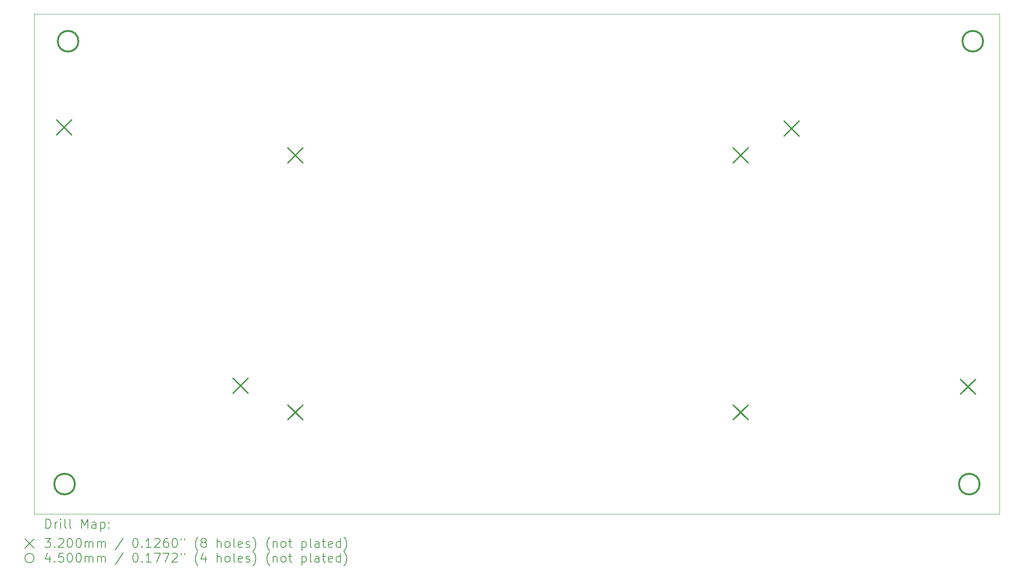
<source format=gbr>
%TF.GenerationSoftware,KiCad,Pcbnew,6.0.11-2627ca5db0~126~ubuntu20.04.1*%
%TF.CreationDate,2023-02-06T13:13:37-05:00*%
%TF.ProjectId,ScooterBLDCMotorController,53636f6f-7465-4724-924c-44434d6f746f,rev?*%
%TF.SameCoordinates,Original*%
%TF.FileFunction,Drillmap*%
%TF.FilePolarity,Positive*%
%FSLAX45Y45*%
G04 Gerber Fmt 4.5, Leading zero omitted, Abs format (unit mm)*
G04 Created by KiCad (PCBNEW 6.0.11-2627ca5db0~126~ubuntu20.04.1) date 2023-02-06 13:13:37*
%MOMM*%
%LPD*%
G01*
G04 APERTURE LIST*
%ADD10C,0.100000*%
%ADD11C,0.200000*%
%ADD12C,0.320000*%
%ADD13C,0.450000*%
G04 APERTURE END LIST*
D10*
X25374600Y-3771900D02*
X4343400Y-3771900D01*
X4343400Y-3771900D02*
X4343400Y-14668500D01*
X4343400Y-14668500D02*
X25374600Y-14668500D01*
X25374600Y-14668500D02*
X25374600Y-3771900D01*
D11*
D12*
X4835200Y-6088800D02*
X5155200Y-6408800D01*
X5155200Y-6088800D02*
X4835200Y-6408800D01*
X8679200Y-11715000D02*
X8999200Y-12035000D01*
X8999200Y-11715000D02*
X8679200Y-12035000D01*
X9874400Y-6698000D02*
X10194400Y-7018000D01*
X10194400Y-6698000D02*
X9874400Y-7018000D01*
X9874400Y-12298000D02*
X10194400Y-12618000D01*
X10194400Y-12298000D02*
X9874400Y-12618000D01*
X19574400Y-6698000D02*
X19894400Y-7018000D01*
X19894400Y-6698000D02*
X19574400Y-7018000D01*
X19574400Y-12298000D02*
X19894400Y-12618000D01*
X19894400Y-12298000D02*
X19574400Y-12618000D01*
X20684800Y-6113800D02*
X21004800Y-6433800D01*
X21004800Y-6113800D02*
X20684800Y-6433800D01*
X24528800Y-11740000D02*
X24848800Y-12060000D01*
X24848800Y-11740000D02*
X24528800Y-12060000D01*
D13*
X5228800Y-14020800D02*
G75*
G03*
X5228800Y-14020800I-225000J0D01*
G01*
X5305000Y-4368800D02*
G75*
G03*
X5305000Y-4368800I-225000J0D01*
G01*
X24939200Y-14020800D02*
G75*
G03*
X24939200Y-14020800I-225000J0D01*
G01*
X25015400Y-4368800D02*
G75*
G03*
X25015400Y-4368800I-225000J0D01*
G01*
D11*
X4596019Y-14983976D02*
X4596019Y-14783976D01*
X4643638Y-14783976D01*
X4672210Y-14793500D01*
X4691257Y-14812548D01*
X4700781Y-14831595D01*
X4710305Y-14869690D01*
X4710305Y-14898262D01*
X4700781Y-14936357D01*
X4691257Y-14955405D01*
X4672210Y-14974452D01*
X4643638Y-14983976D01*
X4596019Y-14983976D01*
X4796019Y-14983976D02*
X4796019Y-14850643D01*
X4796019Y-14888738D02*
X4805543Y-14869690D01*
X4815067Y-14860167D01*
X4834114Y-14850643D01*
X4853162Y-14850643D01*
X4919829Y-14983976D02*
X4919829Y-14850643D01*
X4919829Y-14783976D02*
X4910305Y-14793500D01*
X4919829Y-14803024D01*
X4929352Y-14793500D01*
X4919829Y-14783976D01*
X4919829Y-14803024D01*
X5043638Y-14983976D02*
X5024590Y-14974452D01*
X5015067Y-14955405D01*
X5015067Y-14783976D01*
X5148400Y-14983976D02*
X5129352Y-14974452D01*
X5119829Y-14955405D01*
X5119829Y-14783976D01*
X5376971Y-14983976D02*
X5376971Y-14783976D01*
X5443638Y-14926833D01*
X5510305Y-14783976D01*
X5510305Y-14983976D01*
X5691257Y-14983976D02*
X5691257Y-14879214D01*
X5681733Y-14860167D01*
X5662686Y-14850643D01*
X5624590Y-14850643D01*
X5605543Y-14860167D01*
X5691257Y-14974452D02*
X5672209Y-14983976D01*
X5624590Y-14983976D01*
X5605543Y-14974452D01*
X5596019Y-14955405D01*
X5596019Y-14936357D01*
X5605543Y-14917309D01*
X5624590Y-14907786D01*
X5672209Y-14907786D01*
X5691257Y-14898262D01*
X5786495Y-14850643D02*
X5786495Y-15050643D01*
X5786495Y-14860167D02*
X5805543Y-14850643D01*
X5843638Y-14850643D01*
X5862686Y-14860167D01*
X5872209Y-14869690D01*
X5881733Y-14888738D01*
X5881733Y-14945881D01*
X5872209Y-14964928D01*
X5862686Y-14974452D01*
X5843638Y-14983976D01*
X5805543Y-14983976D01*
X5786495Y-14974452D01*
X5967448Y-14964928D02*
X5976971Y-14974452D01*
X5967448Y-14983976D01*
X5957924Y-14974452D01*
X5967448Y-14964928D01*
X5967448Y-14983976D01*
X5967448Y-14860167D02*
X5976971Y-14869690D01*
X5967448Y-14879214D01*
X5957924Y-14869690D01*
X5967448Y-14860167D01*
X5967448Y-14879214D01*
X4138400Y-15213500D02*
X4338400Y-15413500D01*
X4338400Y-15213500D02*
X4138400Y-15413500D01*
X4576971Y-15203976D02*
X4700781Y-15203976D01*
X4634114Y-15280167D01*
X4662686Y-15280167D01*
X4681733Y-15289690D01*
X4691257Y-15299214D01*
X4700781Y-15318262D01*
X4700781Y-15365881D01*
X4691257Y-15384928D01*
X4681733Y-15394452D01*
X4662686Y-15403976D01*
X4605543Y-15403976D01*
X4586495Y-15394452D01*
X4576971Y-15384928D01*
X4786495Y-15384928D02*
X4796019Y-15394452D01*
X4786495Y-15403976D01*
X4776971Y-15394452D01*
X4786495Y-15384928D01*
X4786495Y-15403976D01*
X4872210Y-15223024D02*
X4881733Y-15213500D01*
X4900781Y-15203976D01*
X4948400Y-15203976D01*
X4967448Y-15213500D01*
X4976971Y-15223024D01*
X4986495Y-15242071D01*
X4986495Y-15261119D01*
X4976971Y-15289690D01*
X4862686Y-15403976D01*
X4986495Y-15403976D01*
X5110305Y-15203976D02*
X5129352Y-15203976D01*
X5148400Y-15213500D01*
X5157924Y-15223024D01*
X5167448Y-15242071D01*
X5176971Y-15280167D01*
X5176971Y-15327786D01*
X5167448Y-15365881D01*
X5157924Y-15384928D01*
X5148400Y-15394452D01*
X5129352Y-15403976D01*
X5110305Y-15403976D01*
X5091257Y-15394452D01*
X5081733Y-15384928D01*
X5072210Y-15365881D01*
X5062686Y-15327786D01*
X5062686Y-15280167D01*
X5072210Y-15242071D01*
X5081733Y-15223024D01*
X5091257Y-15213500D01*
X5110305Y-15203976D01*
X5300781Y-15203976D02*
X5319829Y-15203976D01*
X5338876Y-15213500D01*
X5348400Y-15223024D01*
X5357924Y-15242071D01*
X5367448Y-15280167D01*
X5367448Y-15327786D01*
X5357924Y-15365881D01*
X5348400Y-15384928D01*
X5338876Y-15394452D01*
X5319829Y-15403976D01*
X5300781Y-15403976D01*
X5281733Y-15394452D01*
X5272210Y-15384928D01*
X5262686Y-15365881D01*
X5253162Y-15327786D01*
X5253162Y-15280167D01*
X5262686Y-15242071D01*
X5272210Y-15223024D01*
X5281733Y-15213500D01*
X5300781Y-15203976D01*
X5453162Y-15403976D02*
X5453162Y-15270643D01*
X5453162Y-15289690D02*
X5462686Y-15280167D01*
X5481733Y-15270643D01*
X5510305Y-15270643D01*
X5529352Y-15280167D01*
X5538876Y-15299214D01*
X5538876Y-15403976D01*
X5538876Y-15299214D02*
X5548400Y-15280167D01*
X5567448Y-15270643D01*
X5596019Y-15270643D01*
X5615067Y-15280167D01*
X5624590Y-15299214D01*
X5624590Y-15403976D01*
X5719828Y-15403976D02*
X5719828Y-15270643D01*
X5719828Y-15289690D02*
X5729352Y-15280167D01*
X5748400Y-15270643D01*
X5776971Y-15270643D01*
X5796019Y-15280167D01*
X5805543Y-15299214D01*
X5805543Y-15403976D01*
X5805543Y-15299214D02*
X5815067Y-15280167D01*
X5834114Y-15270643D01*
X5862686Y-15270643D01*
X5881733Y-15280167D01*
X5891257Y-15299214D01*
X5891257Y-15403976D01*
X6281733Y-15194452D02*
X6110305Y-15451595D01*
X6538876Y-15203976D02*
X6557924Y-15203976D01*
X6576971Y-15213500D01*
X6586495Y-15223024D01*
X6596019Y-15242071D01*
X6605543Y-15280167D01*
X6605543Y-15327786D01*
X6596019Y-15365881D01*
X6586495Y-15384928D01*
X6576971Y-15394452D01*
X6557924Y-15403976D01*
X6538876Y-15403976D01*
X6519828Y-15394452D01*
X6510305Y-15384928D01*
X6500781Y-15365881D01*
X6491257Y-15327786D01*
X6491257Y-15280167D01*
X6500781Y-15242071D01*
X6510305Y-15223024D01*
X6519828Y-15213500D01*
X6538876Y-15203976D01*
X6691257Y-15384928D02*
X6700781Y-15394452D01*
X6691257Y-15403976D01*
X6681733Y-15394452D01*
X6691257Y-15384928D01*
X6691257Y-15403976D01*
X6891257Y-15403976D02*
X6776971Y-15403976D01*
X6834114Y-15403976D02*
X6834114Y-15203976D01*
X6815067Y-15232548D01*
X6796019Y-15251595D01*
X6776971Y-15261119D01*
X6967448Y-15223024D02*
X6976971Y-15213500D01*
X6996019Y-15203976D01*
X7043638Y-15203976D01*
X7062686Y-15213500D01*
X7072209Y-15223024D01*
X7081733Y-15242071D01*
X7081733Y-15261119D01*
X7072209Y-15289690D01*
X6957924Y-15403976D01*
X7081733Y-15403976D01*
X7253162Y-15203976D02*
X7215067Y-15203976D01*
X7196019Y-15213500D01*
X7186495Y-15223024D01*
X7167448Y-15251595D01*
X7157924Y-15289690D01*
X7157924Y-15365881D01*
X7167448Y-15384928D01*
X7176971Y-15394452D01*
X7196019Y-15403976D01*
X7234114Y-15403976D01*
X7253162Y-15394452D01*
X7262686Y-15384928D01*
X7272209Y-15365881D01*
X7272209Y-15318262D01*
X7262686Y-15299214D01*
X7253162Y-15289690D01*
X7234114Y-15280167D01*
X7196019Y-15280167D01*
X7176971Y-15289690D01*
X7167448Y-15299214D01*
X7157924Y-15318262D01*
X7396019Y-15203976D02*
X7415067Y-15203976D01*
X7434114Y-15213500D01*
X7443638Y-15223024D01*
X7453162Y-15242071D01*
X7462686Y-15280167D01*
X7462686Y-15327786D01*
X7453162Y-15365881D01*
X7443638Y-15384928D01*
X7434114Y-15394452D01*
X7415067Y-15403976D01*
X7396019Y-15403976D01*
X7376971Y-15394452D01*
X7367448Y-15384928D01*
X7357924Y-15365881D01*
X7348400Y-15327786D01*
X7348400Y-15280167D01*
X7357924Y-15242071D01*
X7367448Y-15223024D01*
X7376971Y-15213500D01*
X7396019Y-15203976D01*
X7538876Y-15203976D02*
X7538876Y-15242071D01*
X7615067Y-15203976D02*
X7615067Y-15242071D01*
X7910305Y-15480167D02*
X7900781Y-15470643D01*
X7881733Y-15442071D01*
X7872209Y-15423024D01*
X7862686Y-15394452D01*
X7853162Y-15346833D01*
X7853162Y-15308738D01*
X7862686Y-15261119D01*
X7872209Y-15232548D01*
X7881733Y-15213500D01*
X7900781Y-15184928D01*
X7910305Y-15175405D01*
X8015067Y-15289690D02*
X7996019Y-15280167D01*
X7986495Y-15270643D01*
X7976971Y-15251595D01*
X7976971Y-15242071D01*
X7986495Y-15223024D01*
X7996019Y-15213500D01*
X8015067Y-15203976D01*
X8053162Y-15203976D01*
X8072209Y-15213500D01*
X8081733Y-15223024D01*
X8091257Y-15242071D01*
X8091257Y-15251595D01*
X8081733Y-15270643D01*
X8072209Y-15280167D01*
X8053162Y-15289690D01*
X8015067Y-15289690D01*
X7996019Y-15299214D01*
X7986495Y-15308738D01*
X7976971Y-15327786D01*
X7976971Y-15365881D01*
X7986495Y-15384928D01*
X7996019Y-15394452D01*
X8015067Y-15403976D01*
X8053162Y-15403976D01*
X8072209Y-15394452D01*
X8081733Y-15384928D01*
X8091257Y-15365881D01*
X8091257Y-15327786D01*
X8081733Y-15308738D01*
X8072209Y-15299214D01*
X8053162Y-15289690D01*
X8329352Y-15403976D02*
X8329352Y-15203976D01*
X8415067Y-15403976D02*
X8415067Y-15299214D01*
X8405543Y-15280167D01*
X8386495Y-15270643D01*
X8357924Y-15270643D01*
X8338876Y-15280167D01*
X8329352Y-15289690D01*
X8538876Y-15403976D02*
X8519829Y-15394452D01*
X8510305Y-15384928D01*
X8500781Y-15365881D01*
X8500781Y-15308738D01*
X8510305Y-15289690D01*
X8519829Y-15280167D01*
X8538876Y-15270643D01*
X8567448Y-15270643D01*
X8586495Y-15280167D01*
X8596019Y-15289690D01*
X8605543Y-15308738D01*
X8605543Y-15365881D01*
X8596019Y-15384928D01*
X8586495Y-15394452D01*
X8567448Y-15403976D01*
X8538876Y-15403976D01*
X8719829Y-15403976D02*
X8700781Y-15394452D01*
X8691257Y-15375405D01*
X8691257Y-15203976D01*
X8872210Y-15394452D02*
X8853162Y-15403976D01*
X8815067Y-15403976D01*
X8796019Y-15394452D01*
X8786495Y-15375405D01*
X8786495Y-15299214D01*
X8796019Y-15280167D01*
X8815067Y-15270643D01*
X8853162Y-15270643D01*
X8872210Y-15280167D01*
X8881733Y-15299214D01*
X8881733Y-15318262D01*
X8786495Y-15337309D01*
X8957924Y-15394452D02*
X8976971Y-15403976D01*
X9015067Y-15403976D01*
X9034114Y-15394452D01*
X9043638Y-15375405D01*
X9043638Y-15365881D01*
X9034114Y-15346833D01*
X9015067Y-15337309D01*
X8986495Y-15337309D01*
X8967448Y-15327786D01*
X8957924Y-15308738D01*
X8957924Y-15299214D01*
X8967448Y-15280167D01*
X8986495Y-15270643D01*
X9015067Y-15270643D01*
X9034114Y-15280167D01*
X9110305Y-15480167D02*
X9119829Y-15470643D01*
X9138876Y-15442071D01*
X9148400Y-15423024D01*
X9157924Y-15394452D01*
X9167448Y-15346833D01*
X9167448Y-15308738D01*
X9157924Y-15261119D01*
X9148400Y-15232548D01*
X9138876Y-15213500D01*
X9119829Y-15184928D01*
X9110305Y-15175405D01*
X9472210Y-15480167D02*
X9462686Y-15470643D01*
X9443638Y-15442071D01*
X9434114Y-15423024D01*
X9424590Y-15394452D01*
X9415067Y-15346833D01*
X9415067Y-15308738D01*
X9424590Y-15261119D01*
X9434114Y-15232548D01*
X9443638Y-15213500D01*
X9462686Y-15184928D01*
X9472210Y-15175405D01*
X9548400Y-15270643D02*
X9548400Y-15403976D01*
X9548400Y-15289690D02*
X9557924Y-15280167D01*
X9576971Y-15270643D01*
X9605543Y-15270643D01*
X9624590Y-15280167D01*
X9634114Y-15299214D01*
X9634114Y-15403976D01*
X9757924Y-15403976D02*
X9738876Y-15394452D01*
X9729352Y-15384928D01*
X9719829Y-15365881D01*
X9719829Y-15308738D01*
X9729352Y-15289690D01*
X9738876Y-15280167D01*
X9757924Y-15270643D01*
X9786495Y-15270643D01*
X9805543Y-15280167D01*
X9815067Y-15289690D01*
X9824590Y-15308738D01*
X9824590Y-15365881D01*
X9815067Y-15384928D01*
X9805543Y-15394452D01*
X9786495Y-15403976D01*
X9757924Y-15403976D01*
X9881733Y-15270643D02*
X9957924Y-15270643D01*
X9910305Y-15203976D02*
X9910305Y-15375405D01*
X9919829Y-15394452D01*
X9938876Y-15403976D01*
X9957924Y-15403976D01*
X10176971Y-15270643D02*
X10176971Y-15470643D01*
X10176971Y-15280167D02*
X10196019Y-15270643D01*
X10234114Y-15270643D01*
X10253162Y-15280167D01*
X10262686Y-15289690D01*
X10272210Y-15308738D01*
X10272210Y-15365881D01*
X10262686Y-15384928D01*
X10253162Y-15394452D01*
X10234114Y-15403976D01*
X10196019Y-15403976D01*
X10176971Y-15394452D01*
X10386495Y-15403976D02*
X10367448Y-15394452D01*
X10357924Y-15375405D01*
X10357924Y-15203976D01*
X10548400Y-15403976D02*
X10548400Y-15299214D01*
X10538876Y-15280167D01*
X10519829Y-15270643D01*
X10481733Y-15270643D01*
X10462686Y-15280167D01*
X10548400Y-15394452D02*
X10529352Y-15403976D01*
X10481733Y-15403976D01*
X10462686Y-15394452D01*
X10453162Y-15375405D01*
X10453162Y-15356357D01*
X10462686Y-15337309D01*
X10481733Y-15327786D01*
X10529352Y-15327786D01*
X10548400Y-15318262D01*
X10615067Y-15270643D02*
X10691257Y-15270643D01*
X10643638Y-15203976D02*
X10643638Y-15375405D01*
X10653162Y-15394452D01*
X10672210Y-15403976D01*
X10691257Y-15403976D01*
X10834114Y-15394452D02*
X10815067Y-15403976D01*
X10776971Y-15403976D01*
X10757924Y-15394452D01*
X10748400Y-15375405D01*
X10748400Y-15299214D01*
X10757924Y-15280167D01*
X10776971Y-15270643D01*
X10815067Y-15270643D01*
X10834114Y-15280167D01*
X10843638Y-15299214D01*
X10843638Y-15318262D01*
X10748400Y-15337309D01*
X11015067Y-15403976D02*
X11015067Y-15203976D01*
X11015067Y-15394452D02*
X10996019Y-15403976D01*
X10957924Y-15403976D01*
X10938876Y-15394452D01*
X10929352Y-15384928D01*
X10919829Y-15365881D01*
X10919829Y-15308738D01*
X10929352Y-15289690D01*
X10938876Y-15280167D01*
X10957924Y-15270643D01*
X10996019Y-15270643D01*
X11015067Y-15280167D01*
X11091257Y-15480167D02*
X11100781Y-15470643D01*
X11119829Y-15442071D01*
X11129352Y-15423024D01*
X11138876Y-15394452D01*
X11148400Y-15346833D01*
X11148400Y-15308738D01*
X11138876Y-15261119D01*
X11129352Y-15232548D01*
X11119829Y-15213500D01*
X11100781Y-15184928D01*
X11091257Y-15175405D01*
X4338400Y-15633500D02*
G75*
G03*
X4338400Y-15633500I-100000J0D01*
G01*
X4681733Y-15590643D02*
X4681733Y-15723976D01*
X4634114Y-15514452D02*
X4586495Y-15657309D01*
X4710305Y-15657309D01*
X4786495Y-15704928D02*
X4796019Y-15714452D01*
X4786495Y-15723976D01*
X4776971Y-15714452D01*
X4786495Y-15704928D01*
X4786495Y-15723976D01*
X4976971Y-15523976D02*
X4881733Y-15523976D01*
X4872210Y-15619214D01*
X4881733Y-15609690D01*
X4900781Y-15600167D01*
X4948400Y-15600167D01*
X4967448Y-15609690D01*
X4976971Y-15619214D01*
X4986495Y-15638262D01*
X4986495Y-15685881D01*
X4976971Y-15704928D01*
X4967448Y-15714452D01*
X4948400Y-15723976D01*
X4900781Y-15723976D01*
X4881733Y-15714452D01*
X4872210Y-15704928D01*
X5110305Y-15523976D02*
X5129352Y-15523976D01*
X5148400Y-15533500D01*
X5157924Y-15543024D01*
X5167448Y-15562071D01*
X5176971Y-15600167D01*
X5176971Y-15647786D01*
X5167448Y-15685881D01*
X5157924Y-15704928D01*
X5148400Y-15714452D01*
X5129352Y-15723976D01*
X5110305Y-15723976D01*
X5091257Y-15714452D01*
X5081733Y-15704928D01*
X5072210Y-15685881D01*
X5062686Y-15647786D01*
X5062686Y-15600167D01*
X5072210Y-15562071D01*
X5081733Y-15543024D01*
X5091257Y-15533500D01*
X5110305Y-15523976D01*
X5300781Y-15523976D02*
X5319829Y-15523976D01*
X5338876Y-15533500D01*
X5348400Y-15543024D01*
X5357924Y-15562071D01*
X5367448Y-15600167D01*
X5367448Y-15647786D01*
X5357924Y-15685881D01*
X5348400Y-15704928D01*
X5338876Y-15714452D01*
X5319829Y-15723976D01*
X5300781Y-15723976D01*
X5281733Y-15714452D01*
X5272210Y-15704928D01*
X5262686Y-15685881D01*
X5253162Y-15647786D01*
X5253162Y-15600167D01*
X5262686Y-15562071D01*
X5272210Y-15543024D01*
X5281733Y-15533500D01*
X5300781Y-15523976D01*
X5453162Y-15723976D02*
X5453162Y-15590643D01*
X5453162Y-15609690D02*
X5462686Y-15600167D01*
X5481733Y-15590643D01*
X5510305Y-15590643D01*
X5529352Y-15600167D01*
X5538876Y-15619214D01*
X5538876Y-15723976D01*
X5538876Y-15619214D02*
X5548400Y-15600167D01*
X5567448Y-15590643D01*
X5596019Y-15590643D01*
X5615067Y-15600167D01*
X5624590Y-15619214D01*
X5624590Y-15723976D01*
X5719828Y-15723976D02*
X5719828Y-15590643D01*
X5719828Y-15609690D02*
X5729352Y-15600167D01*
X5748400Y-15590643D01*
X5776971Y-15590643D01*
X5796019Y-15600167D01*
X5805543Y-15619214D01*
X5805543Y-15723976D01*
X5805543Y-15619214D02*
X5815067Y-15600167D01*
X5834114Y-15590643D01*
X5862686Y-15590643D01*
X5881733Y-15600167D01*
X5891257Y-15619214D01*
X5891257Y-15723976D01*
X6281733Y-15514452D02*
X6110305Y-15771595D01*
X6538876Y-15523976D02*
X6557924Y-15523976D01*
X6576971Y-15533500D01*
X6586495Y-15543024D01*
X6596019Y-15562071D01*
X6605543Y-15600167D01*
X6605543Y-15647786D01*
X6596019Y-15685881D01*
X6586495Y-15704928D01*
X6576971Y-15714452D01*
X6557924Y-15723976D01*
X6538876Y-15723976D01*
X6519828Y-15714452D01*
X6510305Y-15704928D01*
X6500781Y-15685881D01*
X6491257Y-15647786D01*
X6491257Y-15600167D01*
X6500781Y-15562071D01*
X6510305Y-15543024D01*
X6519828Y-15533500D01*
X6538876Y-15523976D01*
X6691257Y-15704928D02*
X6700781Y-15714452D01*
X6691257Y-15723976D01*
X6681733Y-15714452D01*
X6691257Y-15704928D01*
X6691257Y-15723976D01*
X6891257Y-15723976D02*
X6776971Y-15723976D01*
X6834114Y-15723976D02*
X6834114Y-15523976D01*
X6815067Y-15552548D01*
X6796019Y-15571595D01*
X6776971Y-15581119D01*
X6957924Y-15523976D02*
X7091257Y-15523976D01*
X7005543Y-15723976D01*
X7148400Y-15523976D02*
X7281733Y-15523976D01*
X7196019Y-15723976D01*
X7348400Y-15543024D02*
X7357924Y-15533500D01*
X7376971Y-15523976D01*
X7424590Y-15523976D01*
X7443638Y-15533500D01*
X7453162Y-15543024D01*
X7462686Y-15562071D01*
X7462686Y-15581119D01*
X7453162Y-15609690D01*
X7338876Y-15723976D01*
X7462686Y-15723976D01*
X7538876Y-15523976D02*
X7538876Y-15562071D01*
X7615067Y-15523976D02*
X7615067Y-15562071D01*
X7910305Y-15800167D02*
X7900781Y-15790643D01*
X7881733Y-15762071D01*
X7872209Y-15743024D01*
X7862686Y-15714452D01*
X7853162Y-15666833D01*
X7853162Y-15628738D01*
X7862686Y-15581119D01*
X7872209Y-15552548D01*
X7881733Y-15533500D01*
X7900781Y-15504928D01*
X7910305Y-15495405D01*
X8072209Y-15590643D02*
X8072209Y-15723976D01*
X8024590Y-15514452D02*
X7976971Y-15657309D01*
X8100781Y-15657309D01*
X8329352Y-15723976D02*
X8329352Y-15523976D01*
X8415067Y-15723976D02*
X8415067Y-15619214D01*
X8405543Y-15600167D01*
X8386495Y-15590643D01*
X8357924Y-15590643D01*
X8338876Y-15600167D01*
X8329352Y-15609690D01*
X8538876Y-15723976D02*
X8519829Y-15714452D01*
X8510305Y-15704928D01*
X8500781Y-15685881D01*
X8500781Y-15628738D01*
X8510305Y-15609690D01*
X8519829Y-15600167D01*
X8538876Y-15590643D01*
X8567448Y-15590643D01*
X8586495Y-15600167D01*
X8596019Y-15609690D01*
X8605543Y-15628738D01*
X8605543Y-15685881D01*
X8596019Y-15704928D01*
X8586495Y-15714452D01*
X8567448Y-15723976D01*
X8538876Y-15723976D01*
X8719829Y-15723976D02*
X8700781Y-15714452D01*
X8691257Y-15695405D01*
X8691257Y-15523976D01*
X8872210Y-15714452D02*
X8853162Y-15723976D01*
X8815067Y-15723976D01*
X8796019Y-15714452D01*
X8786495Y-15695405D01*
X8786495Y-15619214D01*
X8796019Y-15600167D01*
X8815067Y-15590643D01*
X8853162Y-15590643D01*
X8872210Y-15600167D01*
X8881733Y-15619214D01*
X8881733Y-15638262D01*
X8786495Y-15657309D01*
X8957924Y-15714452D02*
X8976971Y-15723976D01*
X9015067Y-15723976D01*
X9034114Y-15714452D01*
X9043638Y-15695405D01*
X9043638Y-15685881D01*
X9034114Y-15666833D01*
X9015067Y-15657309D01*
X8986495Y-15657309D01*
X8967448Y-15647786D01*
X8957924Y-15628738D01*
X8957924Y-15619214D01*
X8967448Y-15600167D01*
X8986495Y-15590643D01*
X9015067Y-15590643D01*
X9034114Y-15600167D01*
X9110305Y-15800167D02*
X9119829Y-15790643D01*
X9138876Y-15762071D01*
X9148400Y-15743024D01*
X9157924Y-15714452D01*
X9167448Y-15666833D01*
X9167448Y-15628738D01*
X9157924Y-15581119D01*
X9148400Y-15552548D01*
X9138876Y-15533500D01*
X9119829Y-15504928D01*
X9110305Y-15495405D01*
X9472210Y-15800167D02*
X9462686Y-15790643D01*
X9443638Y-15762071D01*
X9434114Y-15743024D01*
X9424590Y-15714452D01*
X9415067Y-15666833D01*
X9415067Y-15628738D01*
X9424590Y-15581119D01*
X9434114Y-15552548D01*
X9443638Y-15533500D01*
X9462686Y-15504928D01*
X9472210Y-15495405D01*
X9548400Y-15590643D02*
X9548400Y-15723976D01*
X9548400Y-15609690D02*
X9557924Y-15600167D01*
X9576971Y-15590643D01*
X9605543Y-15590643D01*
X9624590Y-15600167D01*
X9634114Y-15619214D01*
X9634114Y-15723976D01*
X9757924Y-15723976D02*
X9738876Y-15714452D01*
X9729352Y-15704928D01*
X9719829Y-15685881D01*
X9719829Y-15628738D01*
X9729352Y-15609690D01*
X9738876Y-15600167D01*
X9757924Y-15590643D01*
X9786495Y-15590643D01*
X9805543Y-15600167D01*
X9815067Y-15609690D01*
X9824590Y-15628738D01*
X9824590Y-15685881D01*
X9815067Y-15704928D01*
X9805543Y-15714452D01*
X9786495Y-15723976D01*
X9757924Y-15723976D01*
X9881733Y-15590643D02*
X9957924Y-15590643D01*
X9910305Y-15523976D02*
X9910305Y-15695405D01*
X9919829Y-15714452D01*
X9938876Y-15723976D01*
X9957924Y-15723976D01*
X10176971Y-15590643D02*
X10176971Y-15790643D01*
X10176971Y-15600167D02*
X10196019Y-15590643D01*
X10234114Y-15590643D01*
X10253162Y-15600167D01*
X10262686Y-15609690D01*
X10272210Y-15628738D01*
X10272210Y-15685881D01*
X10262686Y-15704928D01*
X10253162Y-15714452D01*
X10234114Y-15723976D01*
X10196019Y-15723976D01*
X10176971Y-15714452D01*
X10386495Y-15723976D02*
X10367448Y-15714452D01*
X10357924Y-15695405D01*
X10357924Y-15523976D01*
X10548400Y-15723976D02*
X10548400Y-15619214D01*
X10538876Y-15600167D01*
X10519829Y-15590643D01*
X10481733Y-15590643D01*
X10462686Y-15600167D01*
X10548400Y-15714452D02*
X10529352Y-15723976D01*
X10481733Y-15723976D01*
X10462686Y-15714452D01*
X10453162Y-15695405D01*
X10453162Y-15676357D01*
X10462686Y-15657309D01*
X10481733Y-15647786D01*
X10529352Y-15647786D01*
X10548400Y-15638262D01*
X10615067Y-15590643D02*
X10691257Y-15590643D01*
X10643638Y-15523976D02*
X10643638Y-15695405D01*
X10653162Y-15714452D01*
X10672210Y-15723976D01*
X10691257Y-15723976D01*
X10834114Y-15714452D02*
X10815067Y-15723976D01*
X10776971Y-15723976D01*
X10757924Y-15714452D01*
X10748400Y-15695405D01*
X10748400Y-15619214D01*
X10757924Y-15600167D01*
X10776971Y-15590643D01*
X10815067Y-15590643D01*
X10834114Y-15600167D01*
X10843638Y-15619214D01*
X10843638Y-15638262D01*
X10748400Y-15657309D01*
X11015067Y-15723976D02*
X11015067Y-15523976D01*
X11015067Y-15714452D02*
X10996019Y-15723976D01*
X10957924Y-15723976D01*
X10938876Y-15714452D01*
X10929352Y-15704928D01*
X10919829Y-15685881D01*
X10919829Y-15628738D01*
X10929352Y-15609690D01*
X10938876Y-15600167D01*
X10957924Y-15590643D01*
X10996019Y-15590643D01*
X11015067Y-15600167D01*
X11091257Y-15800167D02*
X11100781Y-15790643D01*
X11119829Y-15762071D01*
X11129352Y-15743024D01*
X11138876Y-15714452D01*
X11148400Y-15666833D01*
X11148400Y-15628738D01*
X11138876Y-15581119D01*
X11129352Y-15552548D01*
X11119829Y-15533500D01*
X11100781Y-15504928D01*
X11091257Y-15495405D01*
M02*

</source>
